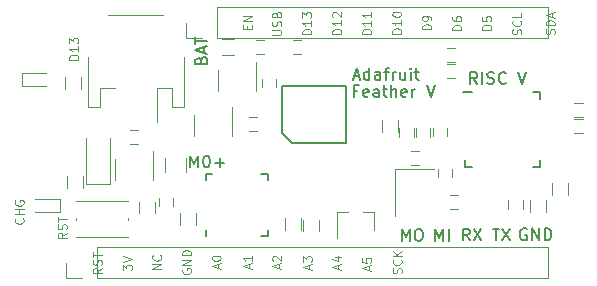
<source format=gbr>
G04 #@! TF.GenerationSoftware,KiCad,Pcbnew,(2017-05-26 revision 1fda668)-master*
G04 #@! TF.CreationDate,2017-06-12T11:29:52-07:00*
G04 #@! TF.ProjectId,feather_five,666561746865725F666976652E6B6963,rev?*
G04 #@! TF.FileFunction,Legend,Top*
G04 #@! TF.FilePolarity,Positive*
%FSLAX46Y46*%
G04 Gerber Fmt 4.6, Leading zero omitted, Abs format (unit mm)*
G04 Created by KiCad (PCBNEW (2017-05-26 revision 1fda668)-master) date Monday, June 12, 2017 'AMt' 11:29:52 AM*
%MOMM*%
%LPD*%
G01*
G04 APERTURE LIST*
%ADD10C,0.100000*%
%ADD11C,0.150000*%
%ADD12C,0.120000*%
G04 APERTURE END LIST*
D10*
D11*
X120800834Y-66770546D02*
X121277024Y-66770546D01*
X120705596Y-67056260D02*
X121038929Y-66056260D01*
X121372262Y-67056260D01*
X122134167Y-67056260D02*
X122134167Y-66056260D01*
X122134167Y-67008641D02*
X122038929Y-67056260D01*
X121848453Y-67056260D01*
X121753215Y-67008641D01*
X121705596Y-66961022D01*
X121657977Y-66865784D01*
X121657977Y-66580070D01*
X121705596Y-66484832D01*
X121753215Y-66437213D01*
X121848453Y-66389594D01*
X122038929Y-66389594D01*
X122134167Y-66437213D01*
X123038929Y-67056260D02*
X123038929Y-66532451D01*
X122991310Y-66437213D01*
X122896072Y-66389594D01*
X122705596Y-66389594D01*
X122610358Y-66437213D01*
X123038929Y-67008641D02*
X122943691Y-67056260D01*
X122705596Y-67056260D01*
X122610358Y-67008641D01*
X122562739Y-66913403D01*
X122562739Y-66818165D01*
X122610358Y-66722927D01*
X122705596Y-66675308D01*
X122943691Y-66675308D01*
X123038929Y-66627689D01*
X123372262Y-66389594D02*
X123753215Y-66389594D01*
X123515120Y-67056260D02*
X123515120Y-66199118D01*
X123562739Y-66103880D01*
X123657977Y-66056260D01*
X123753215Y-66056260D01*
X124086548Y-67056260D02*
X124086548Y-66389594D01*
X124086548Y-66580070D02*
X124134167Y-66484832D01*
X124181786Y-66437213D01*
X124277024Y-66389594D01*
X124372262Y-66389594D01*
X125134167Y-66389594D02*
X125134167Y-67056260D01*
X124705596Y-66389594D02*
X124705596Y-66913403D01*
X124753215Y-67008641D01*
X124848453Y-67056260D01*
X124991310Y-67056260D01*
X125086548Y-67008641D01*
X125134167Y-66961022D01*
X125610358Y-67056260D02*
X125610358Y-66389594D01*
X125610358Y-66056260D02*
X125562739Y-66103880D01*
X125610358Y-66151499D01*
X125657977Y-66103880D01*
X125610358Y-66056260D01*
X125610358Y-66151499D01*
X125943691Y-66389594D02*
X126324643Y-66389594D01*
X126086548Y-66056260D02*
X126086548Y-66913403D01*
X126134167Y-67008641D01*
X126229405Y-67056260D01*
X126324643Y-67056260D01*
X121116150Y-67995491D02*
X120782817Y-67995491D01*
X120782817Y-68519300D02*
X120782817Y-67519300D01*
X121259007Y-67519300D01*
X122020912Y-68471681D02*
X121925674Y-68519300D01*
X121735198Y-68519300D01*
X121639960Y-68471681D01*
X121592340Y-68376443D01*
X121592340Y-67995491D01*
X121639960Y-67900253D01*
X121735198Y-67852634D01*
X121925674Y-67852634D01*
X122020912Y-67900253D01*
X122068531Y-67995491D01*
X122068531Y-68090729D01*
X121592340Y-68185967D01*
X122925674Y-68519300D02*
X122925674Y-67995491D01*
X122878055Y-67900253D01*
X122782817Y-67852634D01*
X122592340Y-67852634D01*
X122497102Y-67900253D01*
X122925674Y-68471681D02*
X122830436Y-68519300D01*
X122592340Y-68519300D01*
X122497102Y-68471681D01*
X122449483Y-68376443D01*
X122449483Y-68281205D01*
X122497102Y-68185967D01*
X122592340Y-68138348D01*
X122830436Y-68138348D01*
X122925674Y-68090729D01*
X123259007Y-67852634D02*
X123639960Y-67852634D01*
X123401864Y-67519300D02*
X123401864Y-68376443D01*
X123449483Y-68471681D01*
X123544721Y-68519300D01*
X123639960Y-68519300D01*
X123973293Y-68519300D02*
X123973293Y-67519300D01*
X124401864Y-68519300D02*
X124401864Y-67995491D01*
X124354245Y-67900253D01*
X124259007Y-67852634D01*
X124116150Y-67852634D01*
X124020912Y-67900253D01*
X123973293Y-67947872D01*
X125259007Y-68471681D02*
X125163769Y-68519300D01*
X124973293Y-68519300D01*
X124878055Y-68471681D01*
X124830436Y-68376443D01*
X124830436Y-67995491D01*
X124878055Y-67900253D01*
X124973293Y-67852634D01*
X125163769Y-67852634D01*
X125259007Y-67900253D01*
X125306626Y-67995491D01*
X125306626Y-68090729D01*
X124830436Y-68185967D01*
X125735198Y-68519300D02*
X125735198Y-67852634D01*
X125735198Y-68043110D02*
X125782817Y-67947872D01*
X125830436Y-67900253D01*
X125925674Y-67852634D01*
X126020912Y-67852634D01*
X126973293Y-67519300D02*
X127306626Y-68519300D01*
X127639960Y-67519300D01*
X131252174Y-67396620D02*
X130918840Y-66920430D01*
X130680745Y-67396620D02*
X130680745Y-66396620D01*
X131061698Y-66396620D01*
X131156936Y-66444240D01*
X131204555Y-66491859D01*
X131252174Y-66587097D01*
X131252174Y-66729954D01*
X131204555Y-66825192D01*
X131156936Y-66872811D01*
X131061698Y-66920430D01*
X130680745Y-66920430D01*
X131680745Y-67396620D02*
X131680745Y-66396620D01*
X132109317Y-67349001D02*
X132252174Y-67396620D01*
X132490269Y-67396620D01*
X132585507Y-67349001D01*
X132633126Y-67301382D01*
X132680745Y-67206144D01*
X132680745Y-67110906D01*
X132633126Y-67015668D01*
X132585507Y-66968049D01*
X132490269Y-66920430D01*
X132299793Y-66872811D01*
X132204555Y-66825192D01*
X132156936Y-66777573D01*
X132109317Y-66682335D01*
X132109317Y-66587097D01*
X132156936Y-66491859D01*
X132204555Y-66444240D01*
X132299793Y-66396620D01*
X132537888Y-66396620D01*
X132680745Y-66444240D01*
X133680745Y-67301382D02*
X133633126Y-67349001D01*
X133490269Y-67396620D01*
X133395031Y-67396620D01*
X133252174Y-67349001D01*
X133156936Y-67253763D01*
X133109317Y-67158525D01*
X133061698Y-66968049D01*
X133061698Y-66825192D01*
X133109317Y-66634716D01*
X133156936Y-66539478D01*
X133252174Y-66444240D01*
X133395031Y-66396620D01*
X133490269Y-66396620D01*
X133633126Y-66444240D01*
X133680745Y-66491859D01*
X134728364Y-66396620D02*
X135061698Y-67396620D01*
X135395031Y-66396620D01*
X106968468Y-74483220D02*
X106968468Y-73483220D01*
X107301801Y-74197506D01*
X107635135Y-73483220D01*
X107635135Y-74483220D01*
X108301801Y-73483220D02*
X108397040Y-73483220D01*
X108492278Y-73530840D01*
X108539897Y-73578459D01*
X108587516Y-73673697D01*
X108635135Y-73864173D01*
X108635135Y-74102268D01*
X108587516Y-74292744D01*
X108539897Y-74387982D01*
X108492278Y-74435601D01*
X108397040Y-74483220D01*
X108301801Y-74483220D01*
X108206563Y-74435601D01*
X108158944Y-74387982D01*
X108111325Y-74292744D01*
X108063706Y-74102268D01*
X108063706Y-73864173D01*
X108111325Y-73673697D01*
X108158944Y-73578459D01*
X108206563Y-73530840D01*
X108301801Y-73483220D01*
X109063706Y-74102268D02*
X109825611Y-74102268D01*
X109444659Y-74483220D02*
X109444659Y-73721316D01*
D10*
X97473965Y-65355594D02*
X96723965Y-65355594D01*
X96723965Y-65177022D01*
X96759680Y-65069880D01*
X96831108Y-64998451D01*
X96902537Y-64962737D01*
X97045394Y-64927022D01*
X97152537Y-64927022D01*
X97295394Y-64962737D01*
X97366822Y-64998451D01*
X97438251Y-65069880D01*
X97473965Y-65177022D01*
X97473965Y-65355594D01*
X97473965Y-64212737D02*
X97473965Y-64641308D01*
X97473965Y-64427022D02*
X96723965Y-64427022D01*
X96831108Y-64498451D01*
X96902537Y-64569880D01*
X96938251Y-64641308D01*
X96723965Y-63962737D02*
X96723965Y-63498451D01*
X97009680Y-63748451D01*
X97009680Y-63641308D01*
X97045394Y-63569880D01*
X97081108Y-63534165D01*
X97152537Y-63498451D01*
X97331108Y-63498451D01*
X97402537Y-63534165D01*
X97438251Y-63569880D01*
X97473965Y-63641308D01*
X97473965Y-63855594D01*
X97438251Y-63927022D01*
X97402537Y-63962737D01*
X92784817Y-78777874D02*
X92820531Y-78813588D01*
X92856245Y-78920731D01*
X92856245Y-78992160D01*
X92820531Y-79099302D01*
X92749102Y-79170731D01*
X92677674Y-79206445D01*
X92534817Y-79242160D01*
X92427674Y-79242160D01*
X92284817Y-79206445D01*
X92213388Y-79170731D01*
X92141960Y-79099302D01*
X92106245Y-78992160D01*
X92106245Y-78920731D01*
X92141960Y-78813588D01*
X92177674Y-78777874D01*
X92856245Y-78456445D02*
X92106245Y-78456445D01*
X92463388Y-78456445D02*
X92463388Y-78027874D01*
X92856245Y-78027874D02*
X92106245Y-78027874D01*
X92141960Y-77277874D02*
X92106245Y-77349302D01*
X92106245Y-77456445D01*
X92141960Y-77563588D01*
X92213388Y-77635017D01*
X92284817Y-77670731D01*
X92427674Y-77706445D01*
X92534817Y-77706445D01*
X92677674Y-77670731D01*
X92749102Y-77635017D01*
X92820531Y-77563588D01*
X92856245Y-77456445D01*
X92856245Y-77385017D01*
X92820531Y-77277874D01*
X92784817Y-77242160D01*
X92534817Y-77242160D01*
X92534817Y-77385017D01*
X96498605Y-80014314D02*
X96141462Y-80264314D01*
X96498605Y-80442885D02*
X95748605Y-80442885D01*
X95748605Y-80157171D01*
X95784320Y-80085742D01*
X95820034Y-80050028D01*
X95891462Y-80014314D01*
X95998605Y-80014314D01*
X96070034Y-80050028D01*
X96105748Y-80085742D01*
X96141462Y-80157171D01*
X96141462Y-80442885D01*
X96462891Y-79728600D02*
X96498605Y-79621457D01*
X96498605Y-79442885D01*
X96462891Y-79371457D01*
X96427177Y-79335742D01*
X96355748Y-79300028D01*
X96284320Y-79300028D01*
X96212891Y-79335742D01*
X96177177Y-79371457D01*
X96141462Y-79442885D01*
X96105748Y-79585742D01*
X96070034Y-79657171D01*
X96034320Y-79692885D01*
X95962891Y-79728600D01*
X95891462Y-79728600D01*
X95820034Y-79692885D01*
X95784320Y-79657171D01*
X95748605Y-79585742D01*
X95748605Y-79407171D01*
X95784320Y-79300028D01*
X95748605Y-79085742D02*
X95748605Y-78657171D01*
X96498605Y-78871457D02*
X95748605Y-78871457D01*
X99475485Y-83011514D02*
X99118342Y-83261514D01*
X99475485Y-83440085D02*
X98725485Y-83440085D01*
X98725485Y-83154371D01*
X98761200Y-83082942D01*
X98796914Y-83047228D01*
X98868342Y-83011514D01*
X98975485Y-83011514D01*
X99046914Y-83047228D01*
X99082628Y-83082942D01*
X99118342Y-83154371D01*
X99118342Y-83440085D01*
X99439771Y-82725800D02*
X99475485Y-82618657D01*
X99475485Y-82440085D01*
X99439771Y-82368657D01*
X99404057Y-82332942D01*
X99332628Y-82297228D01*
X99261200Y-82297228D01*
X99189771Y-82332942D01*
X99154057Y-82368657D01*
X99118342Y-82440085D01*
X99082628Y-82582942D01*
X99046914Y-82654371D01*
X99011200Y-82690085D01*
X98939771Y-82725800D01*
X98868342Y-82725800D01*
X98796914Y-82690085D01*
X98761200Y-82654371D01*
X98725485Y-82582942D01*
X98725485Y-82404371D01*
X98761200Y-82297228D01*
X98725485Y-82082942D02*
X98725485Y-81654371D01*
X99475485Y-81868657D02*
X98725485Y-81868657D01*
X101240085Y-83172228D02*
X101240085Y-82707942D01*
X101525800Y-82957942D01*
X101525800Y-82850800D01*
X101561514Y-82779371D01*
X101597228Y-82743657D01*
X101668657Y-82707942D01*
X101847228Y-82707942D01*
X101918657Y-82743657D01*
X101954371Y-82779371D01*
X101990085Y-82850800D01*
X101990085Y-83065085D01*
X101954371Y-83136514D01*
X101918657Y-83172228D01*
X101240085Y-82493657D02*
X101990085Y-82243657D01*
X101240085Y-81993657D01*
X104504685Y-83113885D02*
X103754685Y-83113885D01*
X104504685Y-82685314D01*
X103754685Y-82685314D01*
X104433257Y-81899600D02*
X104468971Y-81935314D01*
X104504685Y-82042457D01*
X104504685Y-82113885D01*
X104468971Y-82221028D01*
X104397542Y-82292457D01*
X104326114Y-82328171D01*
X104183257Y-82363885D01*
X104076114Y-82363885D01*
X103933257Y-82328171D01*
X103861828Y-82292457D01*
X103790400Y-82221028D01*
X103754685Y-82113885D01*
X103754685Y-82042457D01*
X103790400Y-81935314D01*
X103826114Y-81899600D01*
X106305000Y-83070628D02*
X106269285Y-83142057D01*
X106269285Y-83249200D01*
X106305000Y-83356342D01*
X106376428Y-83427771D01*
X106447857Y-83463485D01*
X106590714Y-83499200D01*
X106697857Y-83499200D01*
X106840714Y-83463485D01*
X106912142Y-83427771D01*
X106983571Y-83356342D01*
X107019285Y-83249200D01*
X107019285Y-83177771D01*
X106983571Y-83070628D01*
X106947857Y-83034914D01*
X106697857Y-83034914D01*
X106697857Y-83177771D01*
X107019285Y-82713485D02*
X106269285Y-82713485D01*
X107019285Y-82284914D01*
X106269285Y-82284914D01*
X107019285Y-81927771D02*
X106269285Y-81927771D01*
X106269285Y-81749200D01*
X106305000Y-81642057D01*
X106376428Y-81570628D01*
X106447857Y-81534914D01*
X106590714Y-81499200D01*
X106697857Y-81499200D01*
X106840714Y-81534914D01*
X106912142Y-81570628D01*
X106983571Y-81642057D01*
X107019285Y-81749200D01*
X107019285Y-81927771D01*
X109319600Y-83009514D02*
X109319600Y-82652371D01*
X109533885Y-83080942D02*
X108783885Y-82830942D01*
X109533885Y-82580942D01*
X108783885Y-82188085D02*
X108783885Y-82116657D01*
X108819600Y-82045228D01*
X108855314Y-82009514D01*
X108926742Y-81973800D01*
X109069600Y-81938085D01*
X109248171Y-81938085D01*
X109391028Y-81973800D01*
X109462457Y-82009514D01*
X109498171Y-82045228D01*
X109533885Y-82116657D01*
X109533885Y-82188085D01*
X109498171Y-82259514D01*
X109462457Y-82295228D01*
X109391028Y-82330942D01*
X109248171Y-82366657D01*
X109069600Y-82366657D01*
X108926742Y-82330942D01*
X108855314Y-82295228D01*
X108819600Y-82259514D01*
X108783885Y-82188085D01*
X111935800Y-83034914D02*
X111935800Y-82677771D01*
X112150085Y-83106342D02*
X111400085Y-82856342D01*
X112150085Y-82606342D01*
X112150085Y-81963485D02*
X112150085Y-82392057D01*
X112150085Y-82177771D02*
X111400085Y-82177771D01*
X111507228Y-82249200D01*
X111578657Y-82320628D01*
X111614371Y-82392057D01*
X114450400Y-83034914D02*
X114450400Y-82677771D01*
X114664685Y-83106342D02*
X113914685Y-82856342D01*
X114664685Y-82606342D01*
X113986114Y-82392057D02*
X113950400Y-82356342D01*
X113914685Y-82284914D01*
X113914685Y-82106342D01*
X113950400Y-82034914D01*
X113986114Y-81999200D01*
X114057542Y-81963485D01*
X114128971Y-81963485D01*
X114236114Y-81999200D01*
X114664685Y-82427771D01*
X114664685Y-81963485D01*
X117015800Y-83085714D02*
X117015800Y-82728571D01*
X117230085Y-83157142D02*
X116480085Y-82907142D01*
X117230085Y-82657142D01*
X116480085Y-82478571D02*
X116480085Y-82014285D01*
X116765800Y-82264285D01*
X116765800Y-82157142D01*
X116801514Y-82085714D01*
X116837228Y-82050000D01*
X116908657Y-82014285D01*
X117087228Y-82014285D01*
X117158657Y-82050000D01*
X117194371Y-82085714D01*
X117230085Y-82157142D01*
X117230085Y-82371428D01*
X117194371Y-82442857D01*
X117158657Y-82478571D01*
X119505000Y-83060314D02*
X119505000Y-82703171D01*
X119719285Y-83131742D02*
X118969285Y-82881742D01*
X119719285Y-82631742D01*
X119219285Y-82060314D02*
X119719285Y-82060314D01*
X118933571Y-82238885D02*
X119469285Y-82417457D01*
X119469285Y-81953171D01*
X137768371Y-63191514D02*
X137804085Y-63084371D01*
X137804085Y-62905800D01*
X137768371Y-62834371D01*
X137732657Y-62798657D01*
X137661228Y-62762942D01*
X137589800Y-62762942D01*
X137518371Y-62798657D01*
X137482657Y-62834371D01*
X137446942Y-62905800D01*
X137411228Y-63048657D01*
X137375514Y-63120085D01*
X137339800Y-63155800D01*
X137268371Y-63191514D01*
X137196942Y-63191514D01*
X137125514Y-63155800D01*
X137089800Y-63120085D01*
X137054085Y-63048657D01*
X137054085Y-62870085D01*
X137089800Y-62762942D01*
X137804085Y-62441514D02*
X137054085Y-62441514D01*
X137054085Y-62262942D01*
X137089800Y-62155800D01*
X137161228Y-62084371D01*
X137232657Y-62048657D01*
X137375514Y-62012942D01*
X137482657Y-62012942D01*
X137625514Y-62048657D01*
X137696942Y-62084371D01*
X137768371Y-62155800D01*
X137804085Y-62262942D01*
X137804085Y-62441514D01*
X137589800Y-61727228D02*
X137589800Y-61370085D01*
X137804085Y-61798657D02*
X137054085Y-61548657D01*
X137804085Y-61298657D01*
X134948971Y-63224457D02*
X134984685Y-63117314D01*
X134984685Y-62938742D01*
X134948971Y-62867314D01*
X134913257Y-62831600D01*
X134841828Y-62795885D01*
X134770400Y-62795885D01*
X134698971Y-62831600D01*
X134663257Y-62867314D01*
X134627542Y-62938742D01*
X134591828Y-63081600D01*
X134556114Y-63153028D01*
X134520400Y-63188742D01*
X134448971Y-63224457D01*
X134377542Y-63224457D01*
X134306114Y-63188742D01*
X134270400Y-63153028D01*
X134234685Y-63081600D01*
X134234685Y-62903028D01*
X134270400Y-62795885D01*
X134913257Y-62045885D02*
X134948971Y-62081600D01*
X134984685Y-62188742D01*
X134984685Y-62260171D01*
X134948971Y-62367314D01*
X134877542Y-62438742D01*
X134806114Y-62474457D01*
X134663257Y-62510171D01*
X134556114Y-62510171D01*
X134413257Y-62474457D01*
X134341828Y-62438742D01*
X134270400Y-62367314D01*
X134234685Y-62260171D01*
X134234685Y-62188742D01*
X134270400Y-62081600D01*
X134306114Y-62045885D01*
X134984685Y-61367314D02*
X134984685Y-61724457D01*
X134234685Y-61724457D01*
X132444685Y-62808971D02*
X131694685Y-62808971D01*
X131694685Y-62630400D01*
X131730400Y-62523257D01*
X131801828Y-62451828D01*
X131873257Y-62416114D01*
X132016114Y-62380400D01*
X132123257Y-62380400D01*
X132266114Y-62416114D01*
X132337542Y-62451828D01*
X132408971Y-62523257D01*
X132444685Y-62630400D01*
X132444685Y-62808971D01*
X131694685Y-61701828D02*
X131694685Y-62058971D01*
X132051828Y-62094685D01*
X132016114Y-62058971D01*
X131980400Y-61987542D01*
X131980400Y-61808971D01*
X132016114Y-61737542D01*
X132051828Y-61701828D01*
X132123257Y-61666114D01*
X132301828Y-61666114D01*
X132373257Y-61701828D01*
X132408971Y-61737542D01*
X132444685Y-61808971D01*
X132444685Y-61987542D01*
X132408971Y-62058971D01*
X132373257Y-62094685D01*
X129904685Y-62834371D02*
X129154685Y-62834371D01*
X129154685Y-62655800D01*
X129190400Y-62548657D01*
X129261828Y-62477228D01*
X129333257Y-62441514D01*
X129476114Y-62405800D01*
X129583257Y-62405800D01*
X129726114Y-62441514D01*
X129797542Y-62477228D01*
X129868971Y-62548657D01*
X129904685Y-62655800D01*
X129904685Y-62834371D01*
X129154685Y-61762942D02*
X129154685Y-61905800D01*
X129190400Y-61977228D01*
X129226114Y-62012942D01*
X129333257Y-62084371D01*
X129476114Y-62120085D01*
X129761828Y-62120085D01*
X129833257Y-62084371D01*
X129868971Y-62048657D01*
X129904685Y-61977228D01*
X129904685Y-61834371D01*
X129868971Y-61762942D01*
X129833257Y-61727228D01*
X129761828Y-61691514D01*
X129583257Y-61691514D01*
X129511828Y-61727228D01*
X129476114Y-61762942D01*
X129440400Y-61834371D01*
X129440400Y-61977228D01*
X129476114Y-62048657D01*
X129511828Y-62084371D01*
X129583257Y-62120085D01*
X127364685Y-62783571D02*
X126614685Y-62783571D01*
X126614685Y-62605000D01*
X126650400Y-62497857D01*
X126721828Y-62426428D01*
X126793257Y-62390714D01*
X126936114Y-62355000D01*
X127043257Y-62355000D01*
X127186114Y-62390714D01*
X127257542Y-62426428D01*
X127328971Y-62497857D01*
X127364685Y-62605000D01*
X127364685Y-62783571D01*
X127364685Y-61997857D02*
X127364685Y-61855000D01*
X127328971Y-61783571D01*
X127293257Y-61747857D01*
X127186114Y-61676428D01*
X127043257Y-61640714D01*
X126757542Y-61640714D01*
X126686114Y-61676428D01*
X126650400Y-61712142D01*
X126614685Y-61783571D01*
X126614685Y-61926428D01*
X126650400Y-61997857D01*
X126686114Y-62033571D01*
X126757542Y-62069285D01*
X126936114Y-62069285D01*
X127007542Y-62033571D01*
X127043257Y-61997857D01*
X127078971Y-61926428D01*
X127078971Y-61783571D01*
X127043257Y-61712142D01*
X127007542Y-61676428D01*
X126936114Y-61640714D01*
X124824685Y-63140714D02*
X124074685Y-63140714D01*
X124074685Y-62962142D01*
X124110400Y-62855000D01*
X124181828Y-62783571D01*
X124253257Y-62747857D01*
X124396114Y-62712142D01*
X124503257Y-62712142D01*
X124646114Y-62747857D01*
X124717542Y-62783571D01*
X124788971Y-62855000D01*
X124824685Y-62962142D01*
X124824685Y-63140714D01*
X124824685Y-61997857D02*
X124824685Y-62426428D01*
X124824685Y-62212142D02*
X124074685Y-62212142D01*
X124181828Y-62283571D01*
X124253257Y-62355000D01*
X124288971Y-62426428D01*
X124074685Y-61533571D02*
X124074685Y-61462142D01*
X124110400Y-61390714D01*
X124146114Y-61355000D01*
X124217542Y-61319285D01*
X124360400Y-61283571D01*
X124538971Y-61283571D01*
X124681828Y-61319285D01*
X124753257Y-61355000D01*
X124788971Y-61390714D01*
X124824685Y-61462142D01*
X124824685Y-61533571D01*
X124788971Y-61605000D01*
X124753257Y-61640714D01*
X124681828Y-61676428D01*
X124538971Y-61712142D01*
X124360400Y-61712142D01*
X124217542Y-61676428D01*
X124146114Y-61640714D01*
X124110400Y-61605000D01*
X124074685Y-61533571D01*
X122259285Y-63191514D02*
X121509285Y-63191514D01*
X121509285Y-63012942D01*
X121545000Y-62905800D01*
X121616428Y-62834371D01*
X121687857Y-62798657D01*
X121830714Y-62762942D01*
X121937857Y-62762942D01*
X122080714Y-62798657D01*
X122152142Y-62834371D01*
X122223571Y-62905800D01*
X122259285Y-63012942D01*
X122259285Y-63191514D01*
X122259285Y-62048657D02*
X122259285Y-62477228D01*
X122259285Y-62262942D02*
X121509285Y-62262942D01*
X121616428Y-62334371D01*
X121687857Y-62405800D01*
X121723571Y-62477228D01*
X122259285Y-61334371D02*
X122259285Y-61762942D01*
X122259285Y-61548657D02*
X121509285Y-61548657D01*
X121616428Y-61620085D01*
X121687857Y-61691514D01*
X121723571Y-61762942D01*
X119744685Y-63166114D02*
X118994685Y-63166114D01*
X118994685Y-62987542D01*
X119030400Y-62880400D01*
X119101828Y-62808971D01*
X119173257Y-62773257D01*
X119316114Y-62737542D01*
X119423257Y-62737542D01*
X119566114Y-62773257D01*
X119637542Y-62808971D01*
X119708971Y-62880400D01*
X119744685Y-62987542D01*
X119744685Y-63166114D01*
X119744685Y-62023257D02*
X119744685Y-62451828D01*
X119744685Y-62237542D02*
X118994685Y-62237542D01*
X119101828Y-62308971D01*
X119173257Y-62380400D01*
X119208971Y-62451828D01*
X119066114Y-61737542D02*
X119030400Y-61701828D01*
X118994685Y-61630400D01*
X118994685Y-61451828D01*
X119030400Y-61380400D01*
X119066114Y-61344685D01*
X119137542Y-61308971D01*
X119208971Y-61308971D01*
X119316114Y-61344685D01*
X119744685Y-61773257D01*
X119744685Y-61308971D01*
X117204685Y-63191514D02*
X116454685Y-63191514D01*
X116454685Y-63012942D01*
X116490400Y-62905800D01*
X116561828Y-62834371D01*
X116633257Y-62798657D01*
X116776114Y-62762942D01*
X116883257Y-62762942D01*
X117026114Y-62798657D01*
X117097542Y-62834371D01*
X117168971Y-62905800D01*
X117204685Y-63012942D01*
X117204685Y-63191514D01*
X117204685Y-62048657D02*
X117204685Y-62477228D01*
X117204685Y-62262942D02*
X116454685Y-62262942D01*
X116561828Y-62334371D01*
X116633257Y-62405800D01*
X116668971Y-62477228D01*
X116454685Y-61798657D02*
X116454685Y-61334371D01*
X116740400Y-61584371D01*
X116740400Y-61477228D01*
X116776114Y-61405800D01*
X116811828Y-61370085D01*
X116883257Y-61334371D01*
X117061828Y-61334371D01*
X117133257Y-61370085D01*
X117168971Y-61405800D01*
X117204685Y-61477228D01*
X117204685Y-61691514D01*
X117168971Y-61762942D01*
X117133257Y-61798657D01*
X111757228Y-62758171D02*
X111757228Y-62508171D01*
X112150085Y-62401028D02*
X112150085Y-62758171D01*
X111400085Y-62758171D01*
X111400085Y-62401028D01*
X112150085Y-62079600D02*
X111400085Y-62079600D01*
X112150085Y-61651028D01*
X111400085Y-61651028D01*
D11*
X107878571Y-65406495D02*
X107926190Y-65263638D01*
X107973809Y-65216019D01*
X108069047Y-65168400D01*
X108211904Y-65168400D01*
X108307142Y-65216019D01*
X108354761Y-65263638D01*
X108402380Y-65358876D01*
X108402380Y-65739828D01*
X107402380Y-65739828D01*
X107402380Y-65406495D01*
X107450000Y-65311257D01*
X107497619Y-65263638D01*
X107592857Y-65216019D01*
X107688095Y-65216019D01*
X107783333Y-65263638D01*
X107830952Y-65311257D01*
X107878571Y-65406495D01*
X107878571Y-65739828D01*
X108116666Y-64787447D02*
X108116666Y-64311257D01*
X108402380Y-64882685D02*
X107402380Y-64549352D01*
X108402380Y-64216019D01*
X107402380Y-64025542D02*
X107402380Y-63454114D01*
X108402380Y-63739828D02*
X107402380Y-63739828D01*
D10*
X113914685Y-63278028D02*
X114521828Y-63278028D01*
X114593257Y-63242314D01*
X114628971Y-63206600D01*
X114664685Y-63135171D01*
X114664685Y-62992314D01*
X114628971Y-62920885D01*
X114593257Y-62885171D01*
X114521828Y-62849457D01*
X113914685Y-62849457D01*
X114628971Y-62528028D02*
X114664685Y-62420885D01*
X114664685Y-62242314D01*
X114628971Y-62170885D01*
X114593257Y-62135171D01*
X114521828Y-62099457D01*
X114450400Y-62099457D01*
X114378971Y-62135171D01*
X114343257Y-62170885D01*
X114307542Y-62242314D01*
X114271828Y-62385171D01*
X114236114Y-62456600D01*
X114200400Y-62492314D01*
X114128971Y-62528028D01*
X114057542Y-62528028D01*
X113986114Y-62492314D01*
X113950400Y-62456600D01*
X113914685Y-62385171D01*
X113914685Y-62206600D01*
X113950400Y-62099457D01*
X114271828Y-61528028D02*
X114307542Y-61420885D01*
X114343257Y-61385171D01*
X114414685Y-61349457D01*
X114521828Y-61349457D01*
X114593257Y-61385171D01*
X114628971Y-61420885D01*
X114664685Y-61492314D01*
X114664685Y-61778028D01*
X113914685Y-61778028D01*
X113914685Y-61528028D01*
X113950400Y-61456600D01*
X113986114Y-61420885D01*
X114057542Y-61385171D01*
X114128971Y-61385171D01*
X114200400Y-61420885D01*
X114236114Y-61456600D01*
X114271828Y-61528028D01*
X114271828Y-61778028D01*
X122070400Y-83187314D02*
X122070400Y-82830171D01*
X122284685Y-83258742D02*
X121534685Y-83008742D01*
X122284685Y-82758742D01*
X121534685Y-82151600D02*
X121534685Y-82508742D01*
X121891828Y-82544457D01*
X121856114Y-82508742D01*
X121820400Y-82437314D01*
X121820400Y-82258742D01*
X121856114Y-82187314D01*
X121891828Y-82151600D01*
X121963257Y-82115885D01*
X122141828Y-82115885D01*
X122213257Y-82151600D01*
X122248971Y-82187314D01*
X122284685Y-82258742D01*
X122284685Y-82437314D01*
X122248971Y-82508742D01*
X122213257Y-82544457D01*
X124809291Y-83458405D02*
X124845005Y-83351262D01*
X124845005Y-83172691D01*
X124809291Y-83101262D01*
X124773577Y-83065548D01*
X124702148Y-83029834D01*
X124630720Y-83029834D01*
X124559291Y-83065548D01*
X124523577Y-83101262D01*
X124487862Y-83172691D01*
X124452148Y-83315548D01*
X124416434Y-83386977D01*
X124380720Y-83422691D01*
X124309291Y-83458405D01*
X124237862Y-83458405D01*
X124166434Y-83422691D01*
X124130720Y-83386977D01*
X124095005Y-83315548D01*
X124095005Y-83136977D01*
X124130720Y-83029834D01*
X124773577Y-82279834D02*
X124809291Y-82315548D01*
X124845005Y-82422691D01*
X124845005Y-82494120D01*
X124809291Y-82601262D01*
X124737862Y-82672691D01*
X124666434Y-82708405D01*
X124523577Y-82744120D01*
X124416434Y-82744120D01*
X124273577Y-82708405D01*
X124202148Y-82672691D01*
X124130720Y-82601262D01*
X124095005Y-82494120D01*
X124095005Y-82422691D01*
X124130720Y-82315548D01*
X124166434Y-82279834D01*
X124845005Y-81958405D02*
X124095005Y-81958405D01*
X124845005Y-81529834D02*
X124416434Y-81851262D01*
X124095005Y-81529834D02*
X124523577Y-81958405D01*
D11*
X124872857Y-80690980D02*
X124872857Y-79690980D01*
X125206190Y-80405266D01*
X125539523Y-79690980D01*
X125539523Y-80690980D01*
X126206190Y-79690980D02*
X126396666Y-79690980D01*
X126491904Y-79738600D01*
X126587142Y-79833838D01*
X126634761Y-80024314D01*
X126634761Y-80357647D01*
X126587142Y-80548123D01*
X126491904Y-80643361D01*
X126396666Y-80690980D01*
X126206190Y-80690980D01*
X126110952Y-80643361D01*
X126015714Y-80548123D01*
X125968095Y-80357647D01*
X125968095Y-80024314D01*
X126015714Y-79833838D01*
X126110952Y-79738600D01*
X126206190Y-79690980D01*
X127698571Y-80716380D02*
X127698571Y-79716380D01*
X128031904Y-80430666D01*
X128365238Y-79716380D01*
X128365238Y-80716380D01*
X128841428Y-80716380D02*
X128841428Y-79716380D01*
X132562695Y-79665580D02*
X133134123Y-79665580D01*
X132848409Y-80665580D02*
X132848409Y-79665580D01*
X133372219Y-79665580D02*
X134038885Y-80665580D01*
X134038885Y-79665580D02*
X133372219Y-80665580D01*
X130617933Y-80665580D02*
X130284600Y-80189390D01*
X130046504Y-80665580D02*
X130046504Y-79665580D01*
X130427457Y-79665580D01*
X130522695Y-79713200D01*
X130570314Y-79760819D01*
X130617933Y-79856057D01*
X130617933Y-79998914D01*
X130570314Y-80094152D01*
X130522695Y-80141771D01*
X130427457Y-80189390D01*
X130046504Y-80189390D01*
X130951266Y-79665580D02*
X131617933Y-80665580D01*
X131617933Y-79665580D02*
X130951266Y-80665580D01*
X135432895Y-79687800D02*
X135337657Y-79640180D01*
X135194800Y-79640180D01*
X135051942Y-79687800D01*
X134956704Y-79783038D01*
X134909085Y-79878276D01*
X134861466Y-80068752D01*
X134861466Y-80211609D01*
X134909085Y-80402085D01*
X134956704Y-80497323D01*
X135051942Y-80592561D01*
X135194800Y-80640180D01*
X135290038Y-80640180D01*
X135432895Y-80592561D01*
X135480514Y-80544942D01*
X135480514Y-80211609D01*
X135290038Y-80211609D01*
X135909085Y-80640180D02*
X135909085Y-79640180D01*
X136480514Y-80640180D01*
X136480514Y-79640180D01*
X136956704Y-80640180D02*
X136956704Y-79640180D01*
X137194800Y-79640180D01*
X137337657Y-79687800D01*
X137432895Y-79783038D01*
X137480514Y-79878276D01*
X137528133Y-80068752D01*
X137528133Y-80211609D01*
X137480514Y-80402085D01*
X137432895Y-80497323D01*
X137337657Y-80592561D01*
X137194800Y-80640180D01*
X136956704Y-80640180D01*
X136007600Y-68126000D02*
X136557600Y-68126000D01*
X136557600Y-68126000D02*
X136557600Y-68676000D01*
X136007600Y-74426000D02*
X136557600Y-74426000D01*
X136557600Y-74426000D02*
X136557600Y-73876000D01*
X130807600Y-74426000D02*
X130257600Y-74426000D01*
X130257600Y-74426000D02*
X130257600Y-73876000D01*
X130807600Y-68126000D02*
X130082600Y-68126000D01*
D12*
X106620000Y-63560000D02*
X106620000Y-62230000D01*
X107950000Y-63560000D02*
X106620000Y-63560000D01*
X109220000Y-60900000D02*
X109220000Y-63560000D01*
X137220000Y-60900000D02*
X109220000Y-60900000D01*
X137220000Y-63560000D02*
X137220000Y-60900000D01*
X109220000Y-63560000D02*
X137220000Y-63560000D01*
X96460000Y-83880000D02*
X96460000Y-82550000D01*
X97790000Y-83880000D02*
X96460000Y-83880000D01*
X99060000Y-81220000D02*
X99060000Y-83880000D01*
X137220000Y-81220000D02*
X99060000Y-81220000D01*
X137220000Y-83880000D02*
X137220000Y-81220000D01*
X99060000Y-83880000D02*
X137220000Y-83880000D01*
X103981800Y-77376400D02*
X103981800Y-78376400D01*
X102621800Y-78376400D02*
X102621800Y-77376400D01*
X97291800Y-78891600D02*
X97291800Y-78791600D01*
X101691800Y-77291600D02*
X97291800Y-77291600D01*
X97291800Y-80391600D02*
X101691800Y-80391600D01*
X101691800Y-78891600D02*
X101691800Y-78791600D01*
X122534800Y-78284800D02*
X122534800Y-79744800D01*
X119374800Y-78284800D02*
X119374800Y-80444800D01*
X119374800Y-78284800D02*
X120304800Y-78284800D01*
X122534800Y-78284800D02*
X121604800Y-78284800D01*
X104834800Y-74844200D02*
X104834800Y-73644200D01*
X106594800Y-73644200D02*
X106594800Y-74844200D01*
X107461600Y-78367000D02*
X107461600Y-79367000D01*
X106101600Y-79367000D02*
X106101600Y-78367000D01*
X116351600Y-78773400D02*
X116351600Y-79773400D01*
X114991600Y-79773400D02*
X114991600Y-78773400D01*
X116490200Y-79900400D02*
X116490200Y-78900400D01*
X117850200Y-78900400D02*
X117850200Y-79900400D01*
D11*
X115544600Y-72402400D02*
X114744600Y-71602400D01*
X114744600Y-71602400D02*
X114744600Y-67602400D01*
X114744600Y-67602400D02*
X120154600Y-67602400D01*
X120154600Y-67602400D02*
X120154600Y-72402400D01*
X120154600Y-72402400D02*
X115544600Y-72402400D01*
D12*
X125634000Y-73060000D02*
X126334000Y-73060000D01*
X126334000Y-74260000D02*
X125634000Y-74260000D01*
X129124000Y-74630800D02*
X129124000Y-75330800D01*
X127924000Y-75330800D02*
X127924000Y-74630800D01*
X127517600Y-71813600D02*
X127517600Y-71113600D01*
X128717600Y-71113600D02*
X128717600Y-71813600D01*
X126095200Y-71876400D02*
X126095200Y-71176400D01*
X127295200Y-71176400D02*
X127295200Y-71876400D01*
X129636000Y-78019200D02*
X128936000Y-78019200D01*
X128936000Y-76819200D02*
X129636000Y-76819200D01*
X124672800Y-71876400D02*
X124672800Y-71176400D01*
X125872800Y-71176400D02*
X125872800Y-71876400D01*
X128682000Y-65744800D02*
X129382000Y-65744800D01*
X129382000Y-66944800D02*
X128682000Y-66944800D01*
X128682000Y-64373200D02*
X129382000Y-64373200D01*
X129382000Y-65573200D02*
X128682000Y-65573200D01*
X135093000Y-77272400D02*
X135093000Y-77972400D01*
X133893000Y-77972400D02*
X133893000Y-77272400D01*
X140177000Y-70196000D02*
X139477000Y-70196000D01*
X139477000Y-68996000D02*
X140177000Y-68996000D01*
X139477000Y-70393000D02*
X140177000Y-70393000D01*
X140177000Y-71593000D02*
X139477000Y-71593000D01*
X115677200Y-63712800D02*
X116377200Y-63712800D01*
X116377200Y-64912800D02*
X115677200Y-64912800D01*
X114239600Y-66960000D02*
X114239600Y-67660000D01*
X113039600Y-67660000D02*
X113039600Y-66960000D01*
X112592600Y-71389800D02*
X111892600Y-71389800D01*
X111892600Y-70189800D02*
X112592600Y-70189800D01*
X104276600Y-77769200D02*
X104276600Y-77069200D01*
X105476600Y-77069200D02*
X105476600Y-77769200D01*
X112527600Y-63712800D02*
X113227600Y-63712800D01*
X113227600Y-64912800D02*
X112527600Y-64912800D01*
X102559600Y-72532800D02*
X101859600Y-72532800D01*
X101859600Y-71332800D02*
X102559600Y-71332800D01*
X124334000Y-74606400D02*
X124334000Y-78606400D01*
X127634000Y-74606400D02*
X124334000Y-74606400D01*
X123170400Y-71442200D02*
X123170400Y-70442200D01*
X124530400Y-70442200D02*
X124530400Y-71442200D01*
X135718000Y-78224000D02*
X135718000Y-77224000D01*
X137078000Y-77224000D02*
X137078000Y-78224000D01*
X137623000Y-76827000D02*
X137623000Y-75827000D01*
X138983000Y-75827000D02*
X138983000Y-76827000D01*
X109634400Y-63632800D02*
X110634400Y-63632800D01*
X110634400Y-64992800D02*
X109634400Y-64992800D01*
X96500400Y-76192000D02*
X96500400Y-75192000D01*
X97860400Y-75192000D02*
X97860400Y-76192000D01*
X96348000Y-67810000D02*
X96348000Y-66810000D01*
X97708000Y-66810000D02*
X97708000Y-67810000D01*
X112557200Y-68006800D02*
X112557200Y-65556800D01*
X109337200Y-66206800D02*
X109337200Y-68006800D01*
X107254400Y-70016800D02*
X107254400Y-71816800D01*
X110474400Y-71816800D02*
X110474400Y-69366800D01*
X103819600Y-75525200D02*
X103819600Y-73075200D01*
X100599600Y-73725200D02*
X100599600Y-75525200D01*
X92680000Y-66486000D02*
X92680000Y-67626000D01*
X92680000Y-67626000D02*
X94780000Y-67626000D01*
X92680000Y-66486000D02*
X94780000Y-66486000D01*
X95940400Y-78294000D02*
X93840400Y-78294000D01*
X95940400Y-77154000D02*
X93840400Y-77154000D01*
X95940400Y-78294000D02*
X95940400Y-77154000D01*
X104137000Y-67765000D02*
X104137000Y-70665000D01*
X104687000Y-61565000D02*
X100037000Y-61565000D01*
X99312000Y-67765000D02*
X100587000Y-67765000D01*
X99312000Y-69365000D02*
X99312000Y-67765000D01*
X98312000Y-69365000D02*
X99312000Y-69365000D01*
X98312000Y-65140000D02*
X98312000Y-69365000D01*
X106412000Y-69365000D02*
X106412000Y-65140000D01*
X105412000Y-69365000D02*
X106412000Y-69365000D01*
X105412000Y-67765000D02*
X105412000Y-69365000D01*
X104137000Y-67765000D02*
X105412000Y-67765000D01*
X98161600Y-75910000D02*
X98161600Y-72010000D01*
X100161600Y-75910000D02*
X100161600Y-72010000D01*
X98161600Y-75910000D02*
X100161600Y-75910000D01*
D11*
X108259000Y-75045600D02*
X108259000Y-75570600D01*
X113509000Y-75045600D02*
X113509000Y-75570600D01*
X113509000Y-80295600D02*
X113509000Y-79770600D01*
X108259000Y-80295600D02*
X108259000Y-79770600D01*
X113509000Y-75045600D02*
X112984000Y-75045600D01*
X113509000Y-80295600D02*
X112984000Y-80295600D01*
X108259000Y-75045600D02*
X108784000Y-75045600D01*
M02*

</source>
